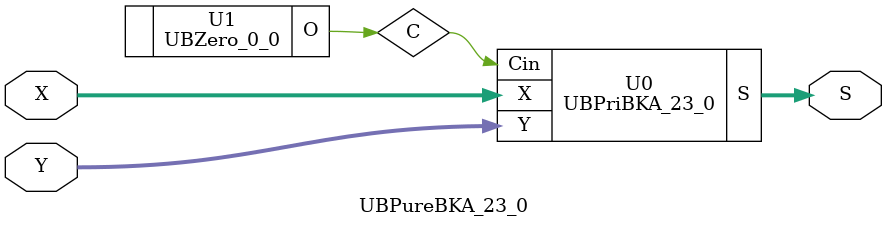
<source format=v>
/*----------------------------------------------------------------------------
  Copyright (c) 2021 Homma laboratory. All rights reserved.

  Top module: UBBKA_23_0_23_0

  Operand-1 length: 24
  Operand-2 length: 24
  Two-operand addition algorithm: Brent-Kung adder
----------------------------------------------------------------------------*/

module GPGenerator(Go, Po, A, B);
  output Go;
  output Po;
  input A;
  input B;
  assign Go = A & B;
  assign Po = A ^ B;
endmodule

module CarryOperator(Go, Po, Gi1, Pi1, Gi2, Pi2);
  output Go;
  output Po;
  input Gi1;
  input Gi2;
  input Pi1;
  input Pi2;
  assign Go = Gi1 | ( Gi2 & Pi1 );
  assign Po = Pi1 & Pi2;
endmodule

module UBPriBKA_23_0(S, X, Y, Cin);
  output [24:0] S;
  input Cin;
  input [23:0] X;
  input [23:0] Y;
  wire [23:0] G0;
  wire [23:0] G1;
  wire [23:0] G2;
  wire [23:0] G3;
  wire [23:0] G4;
  wire [23:0] G5;
  wire [23:0] G6;
  wire [23:0] G7;
  wire [23:0] G8;
  wire [23:0] P0;
  wire [23:0] P1;
  wire [23:0] P2;
  wire [23:0] P3;
  wire [23:0] P4;
  wire [23:0] P5;
  wire [23:0] P6;
  wire [23:0] P7;
  wire [23:0] P8;
  assign P1[0] = P0[0];
  assign G1[0] = G0[0];
  assign P1[2] = P0[2];
  assign G1[2] = G0[2];
  assign P1[4] = P0[4];
  assign G1[4] = G0[4];
  assign P1[6] = P0[6];
  assign G1[6] = G0[6];
  assign P1[8] = P0[8];
  assign G1[8] = G0[8];
  assign P1[10] = P0[10];
  assign G1[10] = G0[10];
  assign P1[12] = P0[12];
  assign G1[12] = G0[12];
  assign P1[14] = P0[14];
  assign G1[14] = G0[14];
  assign P1[16] = P0[16];
  assign G1[16] = G0[16];
  assign P1[18] = P0[18];
  assign G1[18] = G0[18];
  assign P1[20] = P0[20];
  assign G1[20] = G0[20];
  assign P1[22] = P0[22];
  assign G1[22] = G0[22];
  assign P2[0] = P1[0];
  assign G2[0] = G1[0];
  assign P2[1] = P1[1];
  assign G2[1] = G1[1];
  assign P2[2] = P1[2];
  assign G2[2] = G1[2];
  assign P2[4] = P1[4];
  assign G2[4] = G1[4];
  assign P2[5] = P1[5];
  assign G2[5] = G1[5];
  assign P2[6] = P1[6];
  assign G2[6] = G1[6];
  assign P2[8] = P1[8];
  assign G2[8] = G1[8];
  assign P2[9] = P1[9];
  assign G2[9] = G1[9];
  assign P2[10] = P1[10];
  assign G2[10] = G1[10];
  assign P2[12] = P1[12];
  assign G2[12] = G1[12];
  assign P2[13] = P1[13];
  assign G2[13] = G1[13];
  assign P2[14] = P1[14];
  assign G2[14] = G1[14];
  assign P2[16] = P1[16];
  assign G2[16] = G1[16];
  assign P2[17] = P1[17];
  assign G2[17] = G1[17];
  assign P2[18] = P1[18];
  assign G2[18] = G1[18];
  assign P2[20] = P1[20];
  assign G2[20] = G1[20];
  assign P2[21] = P1[21];
  assign G2[21] = G1[21];
  assign P2[22] = P1[22];
  assign G2[22] = G1[22];
  assign P3[0] = P2[0];
  assign G3[0] = G2[0];
  assign P3[1] = P2[1];
  assign G3[1] = G2[1];
  assign P3[2] = P2[2];
  assign G3[2] = G2[2];
  assign P3[3] = P2[3];
  assign G3[3] = G2[3];
  assign P3[4] = P2[4];
  assign G3[4] = G2[4];
  assign P3[5] = P2[5];
  assign G3[5] = G2[5];
  assign P3[6] = P2[6];
  assign G3[6] = G2[6];
  assign P3[8] = P2[8];
  assign G3[8] = G2[8];
  assign P3[9] = P2[9];
  assign G3[9] = G2[9];
  assign P3[10] = P2[10];
  assign G3[10] = G2[10];
  assign P3[11] = P2[11];
  assign G3[11] = G2[11];
  assign P3[12] = P2[12];
  assign G3[12] = G2[12];
  assign P3[13] = P2[13];
  assign G3[13] = G2[13];
  assign P3[14] = P2[14];
  assign G3[14] = G2[14];
  assign P3[16] = P2[16];
  assign G3[16] = G2[16];
  assign P3[17] = P2[17];
  assign G3[17] = G2[17];
  assign P3[18] = P2[18];
  assign G3[18] = G2[18];
  assign P3[19] = P2[19];
  assign G3[19] = G2[19];
  assign P3[20] = P2[20];
  assign G3[20] = G2[20];
  assign P3[21] = P2[21];
  assign G3[21] = G2[21];
  assign P3[22] = P2[22];
  assign G3[22] = G2[22];
  assign P4[0] = P3[0];
  assign G4[0] = G3[0];
  assign P4[1] = P3[1];
  assign G4[1] = G3[1];
  assign P4[2] = P3[2];
  assign G4[2] = G3[2];
  assign P4[3] = P3[3];
  assign G4[3] = G3[3];
  assign P4[4] = P3[4];
  assign G4[4] = G3[4];
  assign P4[5] = P3[5];
  assign G4[5] = G3[5];
  assign P4[6] = P3[6];
  assign G4[6] = G3[6];
  assign P4[7] = P3[7];
  assign G4[7] = G3[7];
  assign P4[8] = P3[8];
  assign G4[8] = G3[8];
  assign P4[9] = P3[9];
  assign G4[9] = G3[9];
  assign P4[10] = P3[10];
  assign G4[10] = G3[10];
  assign P4[11] = P3[11];
  assign G4[11] = G3[11];
  assign P4[12] = P3[12];
  assign G4[12] = G3[12];
  assign P4[13] = P3[13];
  assign G4[13] = G3[13];
  assign P4[14] = P3[14];
  assign G4[14] = G3[14];
  assign P4[16] = P3[16];
  assign G4[16] = G3[16];
  assign P4[17] = P3[17];
  assign G4[17] = G3[17];
  assign P4[18] = P3[18];
  assign G4[18] = G3[18];
  assign P4[19] = P3[19];
  assign G4[19] = G3[19];
  assign P4[20] = P3[20];
  assign G4[20] = G3[20];
  assign P4[21] = P3[21];
  assign G4[21] = G3[21];
  assign P4[22] = P3[22];
  assign G4[22] = G3[22];
  assign P4[23] = P3[23];
  assign G4[23] = G3[23];
  assign P5[0] = P4[0];
  assign G5[0] = G4[0];
  assign P5[1] = P4[1];
  assign G5[1] = G4[1];
  assign P5[2] = P4[2];
  assign G5[2] = G4[2];
  assign P5[3] = P4[3];
  assign G5[3] = G4[3];
  assign P5[4] = P4[4];
  assign G5[4] = G4[4];
  assign P5[5] = P4[5];
  assign G5[5] = G4[5];
  assign P5[6] = P4[6];
  assign G5[6] = G4[6];
  assign P5[7] = P4[7];
  assign G5[7] = G4[7];
  assign P5[8] = P4[8];
  assign G5[8] = G4[8];
  assign P5[9] = P4[9];
  assign G5[9] = G4[9];
  assign P5[10] = P4[10];
  assign G5[10] = G4[10];
  assign P5[11] = P4[11];
  assign G5[11] = G4[11];
  assign P5[12] = P4[12];
  assign G5[12] = G4[12];
  assign P5[13] = P4[13];
  assign G5[13] = G4[13];
  assign P5[14] = P4[14];
  assign G5[14] = G4[14];
  assign P5[15] = P4[15];
  assign G5[15] = G4[15];
  assign P5[16] = P4[16];
  assign G5[16] = G4[16];
  assign P5[17] = P4[17];
  assign G5[17] = G4[17];
  assign P5[18] = P4[18];
  assign G5[18] = G4[18];
  assign P5[19] = P4[19];
  assign G5[19] = G4[19];
  assign P5[20] = P4[20];
  assign G5[20] = G4[20];
  assign P5[21] = P4[21];
  assign G5[21] = G4[21];
  assign P5[22] = P4[22];
  assign G5[22] = G4[22];
  assign P6[0] = P5[0];
  assign G6[0] = G5[0];
  assign P6[1] = P5[1];
  assign G6[1] = G5[1];
  assign P6[2] = P5[2];
  assign G6[2] = G5[2];
  assign P6[3] = P5[3];
  assign G6[3] = G5[3];
  assign P6[4] = P5[4];
  assign G6[4] = G5[4];
  assign P6[5] = P5[5];
  assign G6[5] = G5[5];
  assign P6[6] = P5[6];
  assign G6[6] = G5[6];
  assign P6[7] = P5[7];
  assign G6[7] = G5[7];
  assign P6[8] = P5[8];
  assign G6[8] = G5[8];
  assign P6[9] = P5[9];
  assign G6[9] = G5[9];
  assign P6[10] = P5[10];
  assign G6[10] = G5[10];
  assign P6[12] = P5[12];
  assign G6[12] = G5[12];
  assign P6[13] = P5[13];
  assign G6[13] = G5[13];
  assign P6[14] = P5[14];
  assign G6[14] = G5[14];
  assign P6[15] = P5[15];
  assign G6[15] = G5[15];
  assign P6[16] = P5[16];
  assign G6[16] = G5[16];
  assign P6[17] = P5[17];
  assign G6[17] = G5[17];
  assign P6[18] = P5[18];
  assign G6[18] = G5[18];
  assign P6[20] = P5[20];
  assign G6[20] = G5[20];
  assign P6[21] = P5[21];
  assign G6[21] = G5[21];
  assign P6[22] = P5[22];
  assign G6[22] = G5[22];
  assign P6[23] = P5[23];
  assign G6[23] = G5[23];
  assign P7[0] = P6[0];
  assign G7[0] = G6[0];
  assign P7[1] = P6[1];
  assign G7[1] = G6[1];
  assign P7[2] = P6[2];
  assign G7[2] = G6[2];
  assign P7[3] = P6[3];
  assign G7[3] = G6[3];
  assign P7[4] = P6[4];
  assign G7[4] = G6[4];
  assign P7[6] = P6[6];
  assign G7[6] = G6[6];
  assign P7[7] = P6[7];
  assign G7[7] = G6[7];
  assign P7[8] = P6[8];
  assign G7[8] = G6[8];
  assign P7[10] = P6[10];
  assign G7[10] = G6[10];
  assign P7[11] = P6[11];
  assign G7[11] = G6[11];
  assign P7[12] = P6[12];
  assign G7[12] = G6[12];
  assign P7[14] = P6[14];
  assign G7[14] = G6[14];
  assign P7[15] = P6[15];
  assign G7[15] = G6[15];
  assign P7[16] = P6[16];
  assign G7[16] = G6[16];
  assign P7[18] = P6[18];
  assign G7[18] = G6[18];
  assign P7[19] = P6[19];
  assign G7[19] = G6[19];
  assign P7[20] = P6[20];
  assign G7[20] = G6[20];
  assign P7[22] = P6[22];
  assign G7[22] = G6[22];
  assign P7[23] = P6[23];
  assign G7[23] = G6[23];
  assign P8[0] = P7[0];
  assign G8[0] = G7[0];
  assign P8[1] = P7[1];
  assign G8[1] = G7[1];
  assign P8[3] = P7[3];
  assign G8[3] = G7[3];
  assign P8[5] = P7[5];
  assign G8[5] = G7[5];
  assign P8[7] = P7[7];
  assign G8[7] = G7[7];
  assign P8[9] = P7[9];
  assign G8[9] = G7[9];
  assign P8[11] = P7[11];
  assign G8[11] = G7[11];
  assign P8[13] = P7[13];
  assign G8[13] = G7[13];
  assign P8[15] = P7[15];
  assign G8[15] = G7[15];
  assign P8[17] = P7[17];
  assign G8[17] = G7[17];
  assign P8[19] = P7[19];
  assign G8[19] = G7[19];
  assign P8[21] = P7[21];
  assign G8[21] = G7[21];
  assign P8[23] = P7[23];
  assign G8[23] = G7[23];
  assign S[0] = Cin ^ P0[0];
  assign S[1] = ( G8[0] | ( P8[0] & Cin ) ) ^ P0[1];
  assign S[2] = ( G8[1] | ( P8[1] & Cin ) ) ^ P0[2];
  assign S[3] = ( G8[2] | ( P8[2] & Cin ) ) ^ P0[3];
  assign S[4] = ( G8[3] | ( P8[3] & Cin ) ) ^ P0[4];
  assign S[5] = ( G8[4] | ( P8[4] & Cin ) ) ^ P0[5];
  assign S[6] = ( G8[5] | ( P8[5] & Cin ) ) ^ P0[6];
  assign S[7] = ( G8[6] | ( P8[6] & Cin ) ) ^ P0[7];
  assign S[8] = ( G8[7] | ( P8[7] & Cin ) ) ^ P0[8];
  assign S[9] = ( G8[8] | ( P8[8] & Cin ) ) ^ P0[9];
  assign S[10] = ( G8[9] | ( P8[9] & Cin ) ) ^ P0[10];
  assign S[11] = ( G8[10] | ( P8[10] & Cin ) ) ^ P0[11];
  assign S[12] = ( G8[11] | ( P8[11] & Cin ) ) ^ P0[12];
  assign S[13] = ( G8[12] | ( P8[12] & Cin ) ) ^ P0[13];
  assign S[14] = ( G8[13] | ( P8[13] & Cin ) ) ^ P0[14];
  assign S[15] = ( G8[14] | ( P8[14] & Cin ) ) ^ P0[15];
  assign S[16] = ( G8[15] | ( P8[15] & Cin ) ) ^ P0[16];
  assign S[17] = ( G8[16] | ( P8[16] & Cin ) ) ^ P0[17];
  assign S[18] = ( G8[17] | ( P8[17] & Cin ) ) ^ P0[18];
  assign S[19] = ( G8[18] | ( P8[18] & Cin ) ) ^ P0[19];
  assign S[20] = ( G8[19] | ( P8[19] & Cin ) ) ^ P0[20];
  assign S[21] = ( G8[20] | ( P8[20] & Cin ) ) ^ P0[21];
  assign S[22] = ( G8[21] | ( P8[21] & Cin ) ) ^ P0[22];
  assign S[23] = ( G8[22] | ( P8[22] & Cin ) ) ^ P0[23];
  assign S[24] = G8[23] | ( P8[23] & Cin );
  GPGenerator U0 (G0[0], P0[0], X[0], Y[0]);
  GPGenerator U1 (G0[1], P0[1], X[1], Y[1]);
  GPGenerator U2 (G0[2], P0[2], X[2], Y[2]);
  GPGenerator U3 (G0[3], P0[3], X[3], Y[3]);
  GPGenerator U4 (G0[4], P0[4], X[4], Y[4]);
  GPGenerator U5 (G0[5], P0[5], X[5], Y[5]);
  GPGenerator U6 (G0[6], P0[6], X[6], Y[6]);
  GPGenerator U7 (G0[7], P0[7], X[7], Y[7]);
  GPGenerator U8 (G0[8], P0[8], X[8], Y[8]);
  GPGenerator U9 (G0[9], P0[9], X[9], Y[9]);
  GPGenerator U10 (G0[10], P0[10], X[10], Y[10]);
  GPGenerator U11 (G0[11], P0[11], X[11], Y[11]);
  GPGenerator U12 (G0[12], P0[12], X[12], Y[12]);
  GPGenerator U13 (G0[13], P0[13], X[13], Y[13]);
  GPGenerator U14 (G0[14], P0[14], X[14], Y[14]);
  GPGenerator U15 (G0[15], P0[15], X[15], Y[15]);
  GPGenerator U16 (G0[16], P0[16], X[16], Y[16]);
  GPGenerator U17 (G0[17], P0[17], X[17], Y[17]);
  GPGenerator U18 (G0[18], P0[18], X[18], Y[18]);
  GPGenerator U19 (G0[19], P0[19], X[19], Y[19]);
  GPGenerator U20 (G0[20], P0[20], X[20], Y[20]);
  GPGenerator U21 (G0[21], P0[21], X[21], Y[21]);
  GPGenerator U22 (G0[22], P0[22], X[22], Y[22]);
  GPGenerator U23 (G0[23], P0[23], X[23], Y[23]);
  CarryOperator U24 (G1[1], P1[1], G0[1], P0[1], G0[0], P0[0]);
  CarryOperator U25 (G1[3], P1[3], G0[3], P0[3], G0[2], P0[2]);
  CarryOperator U26 (G1[5], P1[5], G0[5], P0[5], G0[4], P0[4]);
  CarryOperator U27 (G1[7], P1[7], G0[7], P0[7], G0[6], P0[6]);
  CarryOperator U28 (G1[9], P1[9], G0[9], P0[9], G0[8], P0[8]);
  CarryOperator U29 (G1[11], P1[11], G0[11], P0[11], G0[10], P0[10]);
  CarryOperator U30 (G1[13], P1[13], G0[13], P0[13], G0[12], P0[12]);
  CarryOperator U31 (G1[15], P1[15], G0[15], P0[15], G0[14], P0[14]);
  CarryOperator U32 (G1[17], P1[17], G0[17], P0[17], G0[16], P0[16]);
  CarryOperator U33 (G1[19], P1[19], G0[19], P0[19], G0[18], P0[18]);
  CarryOperator U34 (G1[21], P1[21], G0[21], P0[21], G0[20], P0[20]);
  CarryOperator U35 (G1[23], P1[23], G0[23], P0[23], G0[22], P0[22]);
  CarryOperator U36 (G2[3], P2[3], G1[3], P1[3], G1[1], P1[1]);
  CarryOperator U37 (G2[7], P2[7], G1[7], P1[7], G1[5], P1[5]);
  CarryOperator U38 (G2[11], P2[11], G1[11], P1[11], G1[9], P1[9]);
  CarryOperator U39 (G2[15], P2[15], G1[15], P1[15], G1[13], P1[13]);
  CarryOperator U40 (G2[19], P2[19], G1[19], P1[19], G1[17], P1[17]);
  CarryOperator U41 (G2[23], P2[23], G1[23], P1[23], G1[21], P1[21]);
  CarryOperator U42 (G3[7], P3[7], G2[7], P2[7], G2[3], P2[3]);
  CarryOperator U43 (G3[15], P3[15], G2[15], P2[15], G2[11], P2[11]);
  CarryOperator U44 (G3[23], P3[23], G2[23], P2[23], G2[19], P2[19]);
  CarryOperator U45 (G4[15], P4[15], G3[15], P3[15], G3[7], P3[7]);
  CarryOperator U46 (G5[23], P5[23], G4[23], P4[23], G4[15], P4[15]);
  CarryOperator U47 (G6[11], P6[11], G5[11], P5[11], G5[7], P5[7]);
  CarryOperator U48 (G6[19], P6[19], G5[19], P5[19], G5[15], P5[15]);
  CarryOperator U49 (G7[5], P7[5], G6[5], P6[5], G6[3], P6[3]);
  CarryOperator U50 (G7[9], P7[9], G6[9], P6[9], G6[7], P6[7]);
  CarryOperator U51 (G7[13], P7[13], G6[13], P6[13], G6[11], P6[11]);
  CarryOperator U52 (G7[17], P7[17], G6[17], P6[17], G6[15], P6[15]);
  CarryOperator U53 (G7[21], P7[21], G6[21], P6[21], G6[19], P6[19]);
  CarryOperator U54 (G8[2], P8[2], G7[2], P7[2], G7[1], P7[1]);
  CarryOperator U55 (G8[4], P8[4], G7[4], P7[4], G7[3], P7[3]);
  CarryOperator U56 (G8[6], P8[6], G7[6], P7[6], G7[5], P7[5]);
  CarryOperator U57 (G8[8], P8[8], G7[8], P7[8], G7[7], P7[7]);
  CarryOperator U58 (G8[10], P8[10], G7[10], P7[10], G7[9], P7[9]);
  CarryOperator U59 (G8[12], P8[12], G7[12], P7[12], G7[11], P7[11]);
  CarryOperator U60 (G8[14], P8[14], G7[14], P7[14], G7[13], P7[13]);
  CarryOperator U61 (G8[16], P8[16], G7[16], P7[16], G7[15], P7[15]);
  CarryOperator U62 (G8[18], P8[18], G7[18], P7[18], G7[17], P7[17]);
  CarryOperator U63 (G8[20], P8[20], G7[20], P7[20], G7[19], P7[19]);
  CarryOperator U64 (G8[22], P8[22], G7[22], P7[22], G7[21], P7[21]);
endmodule

module UBZero_0_0(O);
  output [0:0] O;
  assign O[0] = 0;
endmodule

module UBBKA_23_0_23_0 (S, X, Y);
  output [24:0] S;
  input [23:0] X;
  input [23:0] Y;
  UBPureBKA_23_0 U0 (S[24:0], X[23:0], Y[23:0]);
endmodule

module UBPureBKA_23_0 (S, X, Y);
  output [24:0] S;
  input [23:0] X;
  input [23:0] Y;
  wire C;
  UBPriBKA_23_0 U0 (S, X, Y, C);
  UBZero_0_0 U1 (C);
endmodule


</source>
